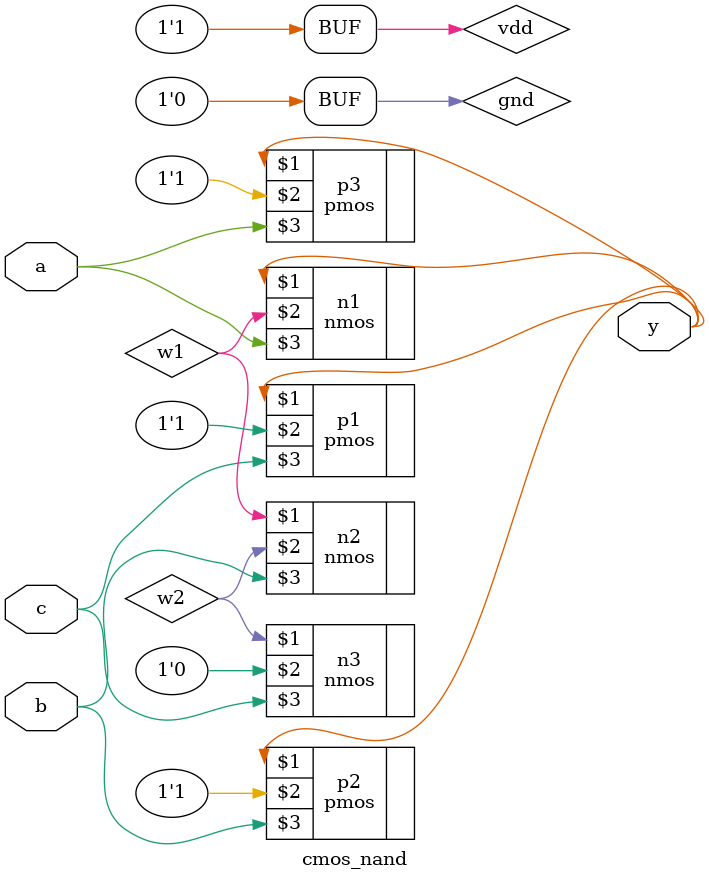
<source format=v>
`timescale 1ns / 1ps


module cmos_nand(y,a,b,c);
output y;
input a,b,c;
wire w1,w2;
supply0 gnd;
supply1 vdd;
pmos p1(y,vdd,c);
pmos p2(y,vdd,b);
pmos p3(y,vdd,a);
nmos n1(y,w1,a);
nmos n2(w1,w2,b);
nmos n3(w2,gnd,c);
endmodule

</source>
